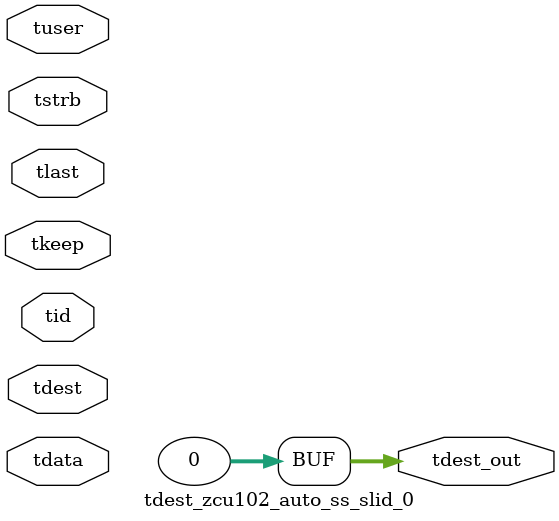
<source format=v>


`timescale 1ps/1ps

module tdest_zcu102_auto_ss_slid_0 #
(
parameter C_S_AXIS_TDATA_WIDTH = 32,
parameter C_S_AXIS_TUSER_WIDTH = 0,
parameter C_S_AXIS_TID_WIDTH   = 0,
parameter C_S_AXIS_TDEST_WIDTH = 0,
parameter C_M_AXIS_TDEST_WIDTH = 32
)
(
input  [(C_S_AXIS_TDATA_WIDTH == 0 ? 1 : C_S_AXIS_TDATA_WIDTH)-1:0     ] tdata,
input  [(C_S_AXIS_TUSER_WIDTH == 0 ? 1 : C_S_AXIS_TUSER_WIDTH)-1:0     ] tuser,
input  [(C_S_AXIS_TID_WIDTH   == 0 ? 1 : C_S_AXIS_TID_WIDTH)-1:0       ] tid,
input  [(C_S_AXIS_TDEST_WIDTH == 0 ? 1 : C_S_AXIS_TDEST_WIDTH)-1:0     ] tdest,
input  [(C_S_AXIS_TDATA_WIDTH/8)-1:0 ] tkeep,
input  [(C_S_AXIS_TDATA_WIDTH/8)-1:0 ] tstrb,
input                                                                    tlast,
output [C_M_AXIS_TDEST_WIDTH-1:0] tdest_out
);

assign tdest_out = {1'b0};

endmodule


</source>
